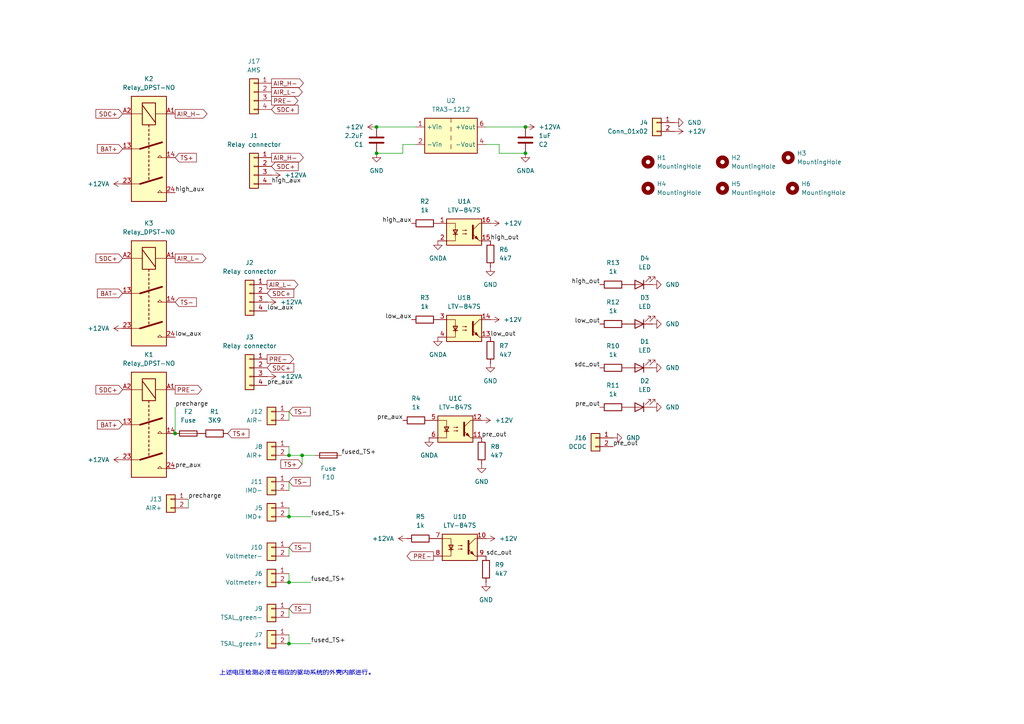
<source format=kicad_sch>
(kicad_sch (version 20250114) (generator "eeschema") (generator_version "9.0")
  (paper "A4")
  (lib_symbols
    (symbol "Connector_Generic:Conn_01x02" (pin_names (offset 1.016) (hide yes))
      (property "Reference" "J" (at 0 2.54 0))
      (property "Value" "Conn_01x02" (at 0 -5.08 0))
      (symbol "Conn_01x02_1_1"
        (rectangle (start -1.27 1.27) (end 1.27 -3.81) (stroke (width 0.254)) (fill (type background)))
        (rectangle (start -1.27 0.127) (end 0 -0.127) (stroke (width 0.1524)))
        (rectangle (start -1.27 -2.413) (end 0 -2.667) (stroke (width 0.1524)))
        (pin passive line (at -5.08 0 0) (length 3.81) (name "Pin_1") (number "1"))
        (pin passive line (at -5.08 -2.54 0) (length 3.81) (name "Pin_2") (number "2"))
      )
    )
    (symbol "Connector_Generic:Conn_01x04" (pin_names (offset 1.016) (hide yes))
      (property "Reference" "J" (at 0 5.08 0))
      (property "Value" "Conn_01x04" (at 0 -7.62 0))
      (symbol "Conn_01x04_1_1"
        (rectangle (start -1.27 3.81) (end 1.27 -6.35) (stroke (width 0.254)) (fill (type background)))
        (rectangle (start -1.27 2.667) (end 0 2.413) (stroke (width 0.1524)))
        (rectangle (start -1.27 0.127) (end 0 -0.127) (stroke (width 0.1524)))
        (rectangle (start -1.27 -2.413) (end 0 -2.667) (stroke (width 0.1524)))
        (rectangle (start -1.27 -4.953) (end 0 -5.207) (stroke (width 0.1524)))
        (pin passive line (at -5.08 2.54 0) (length 3.81) (name "Pin_1") (number "1"))
        (pin passive line (at -5.08 0 0) (length 3.81) (name "Pin_2") (number "2"))
        (pin passive line (at -5.08 -2.54 0) (length 3.81) (name "Pin_3") (number "3"))
        (pin passive line (at -5.08 -5.08 0) (length 3.81) (name "Pin_4") (number "4"))
      )
    )
    (symbol "Converter_DCDC:TRA3-1212"
      (property "Reference" "U" (at -6.35 6.35 0))
      (property "Value" "TRA3-1212" (at 2.54 6.35 0))
      (symbol "TRA3-1212_0_1"
        (rectangle (start -7.62 5.08) (end 7.62 -5.08) (stroke (width 0.254)) (fill (type background)))
        (polyline (pts (xy 0 5.08) (xy 0 3.81)))
        (polyline (pts (xy 0 2.54) (xy 0 1.27)))
        (polyline (pts (xy 0 0) (xy 0 -1.27)))
        (polyline (pts (xy 0 -2.54) (xy 0 -3.81)))
      )
      (symbol "TRA3-1212_1_1"
        (pin power_in line (at -10.16 2.54 0) (length 2.54) (name "+Vin") (number "1"))
        (pin power_in line (at -10.16 -2.54 0) (length 2.54) (name "-Vin") (number "2"))
        (pin power_out line (at 10.16 2.54 180) (length 2.54) (name "+Vout") (number "6"))
        (pin power_out line (at 10.16 -2.54 180) (length 2.54) (name "-Vout") (number "4"))
      )
    )
    (symbol "Device:C" (pin_numbers (hide yes)) (pin_names (offset 0.254))
      (property "Reference" "C" (at 0.635 2.54 0))
      (property "Value" "C" (at 0.635 -2.54 0))
      (symbol "C_0_1"
        (polyline (pts (xy -2.032 0.762) (xy 2.032 0.762)) (stroke (width 0.508)))
        (polyline (pts (xy -2.032 -0.762) (xy 2.032 -0.762)) (stroke (width 0.508)))
      )
      (symbol "C_1_1"
        (pin passive line (at 0 3.81 270) (length 2.794) (name "~") (number "1"))
        (pin passive line (at 0 -3.81 90) (length 2.794) (name "~") (number "2"))
      )
    )
    (symbol "Device:Fuse" (pin_numbers (hide yes)) (pin_names (offset 0))
      (property "Reference" "F" (at 2.032 0 90))
      (property "Value" "Fuse" (at -1.905 0 90))
      (symbol "Fuse_0_1"
        (rectangle (start -0.762 -2.54) (end 0.762 2.54) (stroke (width 0.254)))
        (polyline (pts (xy 0 2.54) (xy 0 -2.54)))
      )
      (symbol "Fuse_1_1"
        (pin passive line (at 0 3.81 270) (length 1.27) (name "~") (number "1"))
        (pin passive line (at 0 -3.81 90) (length 1.27) (name "~") (number "2"))
      )
    )
    (symbol "Device:LED" (pin_numbers (hide yes)) (pin_names (offset 1.016) (hide yes))
      (property "Reference" "D" (at 0 2.54 0))
      (property "Value" "LED" (at 0 -2.54 0))
      (symbol "LED_0_1"
        (polyline (pts (xy -3.048 -0.762) (xy -4.572 -2.286) (xy -3.81 -2.286) (xy -4.572 -2.286) (xy -4.572 -1.524)))
        (polyline (pts (xy -1.778 -0.762) (xy -3.302 -2.286) (xy -2.54 -2.286) (xy -3.302 -2.286) (xy -3.302 -1.524)))
        (polyline (pts (xy -1.27 0) (xy 1.27 0)))
        (polyline (pts (xy -1.27 -1.27) (xy -1.27 1.27)) (stroke (width 0.254)))
        (polyline (pts (xy 1.27 -1.27) (xy 1.27 1.27) (xy -1.27 0) (xy 1.27 -1.27)) (stroke (width 0.254)))
      )
      (symbol "LED_1_1"
        (pin passive line (at -3.81 0 0) (length 2.54) (name "K") (number "1"))
        (pin passive line (at 3.81 0 180) (length 2.54) (name "A") (number "2"))
      )
    )
    (symbol "Device:R" (pin_numbers (hide yes)) (pin_names (offset 0))
      (property "Reference" "R" (at 2.032 0 90))
      (property "Value" "R" (at 0 0 90))
      (symbol "R_0_1"
        (rectangle (start -1.016 -2.54) (end 1.016 2.54) (stroke (width 0.254)))
      )
      (symbol "R_1_1"
        (pin passive line (at 0 3.81 270) (length 1.27) (name "~") (number "1"))
        (pin passive line (at 0 -3.81 90) (length 1.27) (name "~") (number "2"))
      )
    )
    (symbol "Isolator:LTV-847S" (pin_names (offset 1.016))
      (property "Reference" "U" (at -3.81 5.08 0))
      (property "Value" "LTV-847S" (at 0 -5.08 0))
      (symbol "LTV-847S_0_1"
        (rectangle (start -5.08 3.81) (end 5.08 -3.81) (stroke (width 0.254)) (fill (type background)))
        (polyline (pts (xy -5.08 2.54) (xy -2.54 2.54) (xy -2.54 -1.27) (xy -2.54 0.635)))
        (polyline (pts (xy -3.175 -0.635) (xy -1.905 -0.635)) (stroke (width 0.254)))
        (polyline (pts (xy -2.54 -0.635) (xy -2.54 -2.54) (xy -5.08 -2.54)))
        (polyline (pts (xy -2.54 -0.635) (xy -3.175 0.635) (xy -1.905 0.635) (xy -2.54 -0.635)) (stroke (width 0.254)))
        (polyline (pts (xy -0.508 0.508) (xy 0.762 0.508) (xy 0.381 0.381) (xy 0.381 0.635) (xy 0.762 0.508)))
        (polyline (pts (xy -0.508 -0.508) (xy 0.762 -0.508) (xy 0.381 -0.635) (xy 0.381 -0.381) (xy 0.762 -0.508)))
        (polyline (pts (xy 2.54 1.905) (xy 2.54 -1.905) (xy 2.54 -1.905)) (stroke (width 0.508)))
        (polyline (pts (xy 2.54 0.635) (xy 4.445 2.54)))
        (polyline (pts (xy 3.048 -1.651) (xy 3.556 -1.143) (xy 4.064 -2.159) (xy 3.048 -1.651) (xy 3.048 -1.651)) (fill (type outline)))
        (polyline (pts (xy 4.445 2.54) (xy 5.08 2.54)))
        (polyline (pts (xy 4.445 -2.54) (xy 2.54 -0.635)) (fill (type outline)))
        (polyline (pts (xy 4.445 -2.54) (xy 5.08 -2.54)))
      )
      (symbol "LTV-847S_1_1"
        (pin passive line (at -7.62 2.54 0) (length 2.54) (name "~") (number "1"))
        (pin passive line (at -7.62 -2.54 0) (length 2.54) (name "~") (number "2"))
        (pin passive line (at 7.62 2.54 180) (length 2.54) (name "~") (number "16"))
        (pin passive line (at 7.62 -2.54 180) (length 2.54) (name "~") (number "15"))
      )
      (symbol "LTV-847S_2_1"
        (pin passive line (at -7.62 2.54 0) (length 2.54) (name "~") (number "3"))
        (pin passive line (at -7.62 -2.54 0) (length 2.54) (name "~") (number "4"))
        (pin passive line (at 7.62 2.54 180) (length 2.54) (name "~") (number "14"))
        (pin passive line (at 7.62 -2.54 180) (length 2.54) (name "~") (number "13"))
      )
      (symbol "LTV-847S_3_1"
        (pin passive line (at -7.62 2.54 0) (length 2.54) (name "~") (number "5"))
        (pin passive line (at -7.62 -2.54 0) (length 2.54) (name "~") (number "6"))
        (pin passive line (at 7.62 2.54 180) (length 2.54) (name "~") (number "12"))
        (pin passive line (at 7.62 -2.54 180) (length 2.54) (name "~") (number "11"))
      )
      (symbol "LTV-847S_4_1"
        (pin passive line (at -7.62 2.54 0) (length 2.54) (name "~") (number "7"))
        (pin passive line (at -7.62 -2.54 0) (length 2.54) (name "~") (number "8"))
        (pin passive line (at 7.62 2.54 180) (length 2.54) (name "~") (number "10"))
        (pin passive line (at 7.62 -2.54 180) (length 2.54) (name "~") (number "9"))
      )
    )
    (symbol "Mechanical:MountingHole" (pin_names (offset 1.016)) (in_bom no)
      (property "Reference" "H" (at 0 5.08 0))
      (property "Value" "MountingHole" (at 0 3.175 0))
      (symbol "MountingHole_0_1"
        (circle (center 0 0) (radius 1.27) (stroke (width 1.27)))
      )
    )
    (symbol "Relay:Relay_DPST-NO"
      (property "Reference" "K" (at 16.51 3.81 0))
      (property "Value" "Relay_DPST-NO" (at 16.51 1.27 0))
      (symbol "Relay_DPST-NO_0_1"
        (rectangle (start -15.24 5.08) (end 15.24 -5.08) (stroke (width 0.254)) (fill (type background)))
        (rectangle (start -13.335 1.905) (end -6.985 -1.905) (stroke (width 0.254)))
        (polyline (pts (xy -12.7 -1.905) (xy -7.62 1.905)) (stroke (width 0.254)))
        (polyline (pts (xy -10.16 5.08) (xy -10.16 1.905)))
        (polyline (pts (xy -10.16 -5.08) (xy -10.16 -1.905)))
        (polyline (pts (xy -6.985 0) (xy -6.35 0)) (stroke (width 0.254)))
        (polyline (pts (xy -5.715 0) (xy -5.08 0)) (stroke (width 0.254)))
        (polyline (pts (xy -4.445 0) (xy -3.81 0)) (stroke (width 0.254)))
        (polyline (pts (xy -3.175 0) (xy -2.54 0)) (stroke (width 0.254)))
        (polyline (pts (xy -1.905 0) (xy -1.27 0)) (stroke (width 0.254)))
        (polyline (pts (xy -0.635 0) (xy 0 0)) (stroke (width 0.254)))
        (polyline (pts (xy 0 -2.54) (xy -1.905 3.81)) (stroke (width 0.508)))
        (polyline (pts (xy 0 -2.54) (xy 0 -5.08)))
        (polyline (pts (xy 0.635 0) (xy 1.27 0)) (stroke (width 0.254)))
        (polyline (pts (xy 1.905 0) (xy 2.54 0)) (stroke (width 0.254)))
        (polyline (pts (xy 2.54 5.08) (xy 2.54 2.54) (xy 1.905 3.175) (xy 2.54 3.81)))
        (polyline (pts (xy 3.175 0) (xy 3.81 0)) (stroke (width 0.254)))
        (polyline (pts (xy 4.445 0) (xy 5.08 0)) (stroke (width 0.254)))
        (polyline (pts (xy 5.715 0) (xy 6.35 0)) (stroke (width 0.254)))
        (polyline (pts (xy 6.985 0) (xy 7.62 0)) (stroke (width 0.254)))
        (polyline (pts (xy 8.255 0) (xy 8.89 0)) (stroke (width 0.254)))
        (polyline (pts (xy 10.16 -2.54) (xy 8.255 3.81)) (stroke (width 0.508)))
        (polyline (pts (xy 10.16 -2.54) (xy 10.16 -5.08)))
        (polyline (pts (xy 12.7 5.08) (xy 12.7 2.54) (xy 12.065 3.175) (xy 12.7 3.81)))
      )
      (symbol "Relay_DPST-NO_1_1"
        (pin passive line (at -10.16 7.62 270) (length 2.54) (name "~") (number "A1"))
        (pin passive line (at -10.16 -7.62 90) (length 2.54) (name "~") (number "A2"))
        (pin passive line (at 0 -7.62 90) (length 2.54) (name "~") (number "13"))
        (pin passive line (at 2.54 7.62 270) (length 2.54) (name "~") (number "14"))
        (pin passive line (at 10.16 -7.62 90) (length 2.54) (name "~") (number "23"))
        (pin passive line (at 12.7 7.62 270) (length 2.54) (name "~") (number "24"))
      )
    )
    (symbol "power:+12V" (power) (pin_numbers (hide yes)) (pin_names (offset 0) (hide yes))
      (property "Value" "+12V" (at 0 3.556 0))
      (symbol "+12V_0_1"
        (polyline (pts (xy -0.762 1.27) (xy 0 2.54)))
        (polyline (pts (xy 0 2.54) (xy 0.762 1.27)))
        (polyline (pts (xy 0 0) (xy 0 2.54)))
      )
      (symbol "+12V_1_1"
        (pin power_in line (at 0 0 90) (length 0) (name "~") (number "1"))
      )
    )
    (symbol "power:+12VA" (power) (pin_numbers (hide yes)) (pin_names (offset 0) (hide yes))
      (property "Value" "+12VA" (at 0 3.556 0))
      (symbol "+12VA_0_1"
        (polyline (pts (xy -0.762 1.27) (xy 0 2.54)))
        (polyline (pts (xy 0 2.54) (xy 0.762 1.27)))
        (polyline (pts (xy 0 0) (xy 0 2.54)))
      )
      (symbol "+12VA_1_1"
        (pin power_in line (at 0 0 90) (length 0) (name "~") (number "1"))
      )
    )
    (symbol "power:GND" (power) (pin_numbers (hide yes)) (pin_names (offset 0) (hide yes))
      (property "Value" "GND" (at 0 -3.81 0))
      (symbol "GND_0_1"
        (polyline (pts (xy 0 0) (xy 0 -1.27) (xy 1.27 -1.27) (xy 0 -2.54) (xy -1.27 -1.27) (xy 0 -1.27)))
      )
      (symbol "GND_1_1"
        (pin power_in line (at 0 0 270) (length 0) (name "~") (number "1"))
      )
    )
    (symbol "power:GNDA" (power) (pin_numbers (hide yes)) (pin_names (offset 0) (hide yes))
      (property "Value" "GNDA" (at 0 -3.81 0))
      (symbol "GNDA_0_1"
        (polyline (pts (xy 0 0) (xy 0 -1.27) (xy 1.27 -1.27) (xy 0 -2.54) (xy -1.27 -1.27) (xy 0 -1.27)))
      )
      (symbol "GNDA_1_1"
        (pin power_in line (at 0 0 270) (length 0) (name "~") (number "1"))
      )
    )
  )
  (text "上述电压检测必须在相应的驱动系统的外壳内部进行。" (at 85.852 195.326 0) (effects (font (size 1.27 1.27))))
  (junction (at 87.63 132.08))
  (junction (at 83.82 186.69))
  (junction (at 109.22 36.83))
  (junction (at 109.22 44.45))
  (junction (at 50.8 125.73))
  (junction (at 83.82 168.91))
  (junction (at 83.82 149.86))
  (junction (at 83.82 132.08))
  (junction (at 152.4 36.83))
  (junction (at 152.4 44.45))
  (wire (pts (xy 54.61 144.78) (xy 54.61 147.32)))
  (wire (pts (xy 90.17 186.69) (xy 83.82 186.69)))
  (wire (pts (xy 144.78 44.45) (xy 152.4 44.45)))
  (wire (pts (xy 83.82 129.54) (xy 83.82 132.08)))
  (wire (pts (xy 83.82 147.32) (xy 83.82 149.86)))
  (wire (pts (xy 140.97 36.83) (xy 152.4 36.83)))
  (wire (pts (xy 83.82 119.38) (xy 83.82 121.92)))
  (wire (pts (xy 90.17 149.86) (xy 83.82 149.86)))
  (wire (pts (xy 83.82 168.91) (xy 90.17 168.91)))
  (wire (pts (xy 83.82 184.15) (xy 83.82 186.69)))
  (wire (pts (xy 87.63 134.62) (xy 87.63 132.08)))
  (wire (pts (xy 109.22 44.45) (xy 116.84 44.45)))
  (wire (pts (xy 50.8 118.11) (xy 50.8 125.73)))
  (wire (pts (xy 83.82 139.7) (xy 83.82 142.24)))
  (wire (pts (xy 116.84 44.45) (xy 116.84 41.91)))
  (wire (pts (xy 109.22 36.83) (xy 120.65 36.83)))
  (wire (pts (xy 91.44 132.08) (xy 87.63 132.08)))
  (wire (pts (xy 144.78 41.91) (xy 144.78 44.45)))
  (wire (pts (xy 83.82 158.75) (xy 83.82 161.29)))
  (wire (pts (xy 83.82 176.53) (xy 83.82 179.07)))
  (wire (pts (xy 116.84 41.91) (xy 120.65 41.91)))
  (wire (pts (xy 87.63 132.08) (xy 83.82 132.08)))
  (wire (pts (xy 83.82 166.37) (xy 83.82 168.91)))
  (wire (pts (xy 144.78 41.91) (xy 140.97 41.91)))
  (label "low_out" (at 173.99 93.98 180))
  (label "low_aux" (at 50.8 97.79 0))
  (label "sdc_out" (at 173.99 106.68 180))
  (label "low_aux" (at 119.38 92.71 180))
  (label "precharge" (at 50.8 118.11 0))
  (label "pre_out" (at 173.99 118.11 180))
  (label "pre_out" (at 139.7 127 0))
  (label "pre_aux" (at 50.8 135.89 0))
  (label "high_aux" (at 50.8 55.88 0))
  (label "high_aux" (at 78.74 53.34 0))
  (label "fused_TS+" (at 90.17 186.69 0))
  (label "fused_TS+" (at 90.17 168.91 0))
  (label "precharge" (at 54.61 144.78 0))
  (label "pre_out" (at 177.8 129.54 0))
  (label "fused_TS+" (at 90.17 149.86 0))
  (label "high_aux" (at 119.38 64.77 180))
  (label "pre_aux" (at 116.84 121.92 180))
  (label "fused_TS+" (at 99.06 132.08 0))
  (label "pre_aux" (at 77.47 111.76 0))
  (label "high_out" (at 173.99 82.55 180))
  (label "low_out" (at 142.24 97.79 0))
  (label "low_aux" (at 77.47 90.17 0))
  (label "high_out" (at 142.24 69.85 0))
  (label "sdc_out" (at 140.97 161.29 0))
  (global_label "AIR_L-" (shape output) (at 78.74 26.67 0) (property "Intersheetrefs" "${INTERSHEET_REFS}" (effects (hide yes))))
  (global_label "TS-" (shape input) (at 83.82 176.53 0) (property "Intersheetrefs" "${INTERSHEET_REFS}" (effects (hide yes))))
  (global_label "AIR_L-" (shape output) (at 77.47 82.55 0) (property "Intersheetrefs" "${INTERSHEET_REFS}" (effects (hide yes))))
  (global_label "SDC+" (shape input) (at 35.56 33.02 180) (property "Intersheetrefs" "${INTERSHEET_REFS}" (effects (hide yes))))
  (global_label "SDC+" (shape input) (at 78.74 31.75 0) (property "Intersheetrefs" "${INTERSHEET_REFS}" (effects (hide yes))))
  (global_label "TS+" (shape input) (at 50.8 45.72 0) (property "Intersheetrefs" "${INTERSHEET_REFS}" (effects (hide yes))))
  (global_label "SDC+" (shape input) (at 35.56 113.03 180) (property "Intersheetrefs" "${INTERSHEET_REFS}" (effects (hide yes))))
  (global_label "AIR_H-" (shape output) (at 50.8 33.02 0) (property "Intersheetrefs" "${INTERSHEET_REFS}" (effects (hide yes))))
  (global_label "TS-" (shape input) (at 83.82 119.38 0) (property "Intersheetrefs" "${INTERSHEET_REFS}" (effects (hide yes))))
  (global_label "BAT+" (shape input) (at 35.56 43.18 180) (property "Intersheetrefs" "${INTERSHEET_REFS}" (effects (hide yes))))
  (global_label "AIR_L-" (shape output) (at 50.8 74.93 0) (property "Intersheetrefs" "${INTERSHEET_REFS}" (effects (hide yes))))
  (global_label "TS-" (shape input) (at 83.82 158.75 0) (property "Intersheetrefs" "${INTERSHEET_REFS}" (effects (hide yes))))
  (global_label "AIR_H-" (shape output) (at 78.74 24.13 0) (property "Intersheetrefs" "${INTERSHEET_REFS}" (effects (hide yes))))
  (global_label "PRE-" (shape output) (at 50.8 113.03 0) (property "Intersheetrefs" "${INTERSHEET_REFS}" (effects (hide yes))))
  (global_label "PRE-" (shape output) (at 78.74 29.21 0) (property "Intersheetrefs" "${INTERSHEET_REFS}" (effects (hide yes))))
  (global_label "TS-" (shape input) (at 50.8 87.63 0) (property "Intersheetrefs" "${INTERSHEET_REFS}" (effects (hide yes))))
  (global_label "SDC+" (shape input) (at 77.47 85.09 0) (property "Intersheetrefs" "${INTERSHEET_REFS}" (effects (hide yes))))
  (global_label "SDC+" (shape input) (at 77.47 106.68 0) (property "Intersheetrefs" "${INTERSHEET_REFS}" (effects (hide yes))))
  (global_label "TS+" (shape input) (at 66.04 125.73 0) (property "Intersheetrefs" "${INTERSHEET_REFS}" (effects (hide yes))))
  (global_label "PRE-" (shape output) (at 125.73 161.29 180) (property "Intersheetrefs" "${INTERSHEET_REFS}" (effects (hide yes))))
  (global_label "SDC+" (shape input) (at 78.74 48.26 0) (property "Intersheetrefs" "${INTERSHEET_REFS}" (effects (hide yes))))
  (global_label "BAT-" (shape input) (at 35.56 85.09 180) (property "Intersheetrefs" "${INTERSHEET_REFS}" (effects (hide yes))))
  (global_label "TS+" (shape input) (at 87.63 134.62 180) (property "Intersheetrefs" "${INTERSHEET_REFS}" (effects (hide yes))))
  (global_label "PRE-" (shape output) (at 77.47 104.14 0) (property "Intersheetrefs" "${INTERSHEET_REFS}" (effects (hide yes))))
  (global_label "BAT+" (shape input) (at 35.56 123.19 180) (property "Intersheetrefs" "${INTERSHEET_REFS}" (effects (hide yes))))
  (global_label "SDC+" (shape input) (at 35.56 74.93 180) (property "Intersheetrefs" "${INTERSHEET_REFS}" (effects (hide yes))))
  (global_label "AIR_H-" (shape output) (at 78.74 45.72 0) (property "Intersheetrefs" "${INTERSHEET_REFS}" (effects (hide yes))))
  (global_label "TS-" (shape input) (at 83.82 139.7 0) (property "Intersheetrefs" "${INTERSHEET_REFS}" (effects (hide yes))))
  (symbol (lib_id "Device:R") (at 123.19 64.77 90) (unit 1)
    (property "Reference" "R2" (at 123.19 58.42 90))
    (property "Value" "1k" (at 123.19 60.96 90))
    (property "Footprint" "RMC_Resistor:R_0805_2012Metric_Pad1.20x1.40mm_HandSolder_L" (effects (hide yes)))
    (property "Description" "Resistor" (effects (hide yes)))
  )
  (symbol (lib_id "Device:R") (at 142.24 101.6 0) (unit 1)
    (property "Reference" "R7" (at 144.78 100.3299 0) (effects (justify left)))
    (property "Value" "4k7" (at 144.78 102.8699 0) (effects (justify left)))
    (property "Footprint" "RMC_Resistor:R_0805_2012Metric_Pad1.20x1.40mm_HandSolder_L" (effects (hide yes)))
    (property "Description" "Resistor" (effects (hide yes)))
  )
  (symbol (lib_id "Device:R") (at 177.8 93.98 90) (unit 1)
    (property "Reference" "R12" (at 177.8 87.63 90))
    (property "Value" "1k" (at 177.8 90.17 90))
    (property "Footprint" "RMC_Resistor:R_0805_2012Metric_Pad1.20x1.40mm_HandSolder_L" (effects (hide yes)))
    (property "Description" "Resistor" (effects (hide yes)))
  )
  (symbol (lib_id "Mechanical:MountingHole") (at 187.96 54.61 0) (unit 1) (in_bom no)
    (property "Reference" "H4" (at 190.5 53.3399 0) (effects (justify left)))
    (property "Value" "MountingHole" (at 190.5 55.8799 0) (effects (justify left)))
    (property "Footprint" "MountingHole:MountingHole_4.3mm_M4" (effects (hide yes)))
    (property "Description" "Mounting Hole without connection" (effects (hide yes)))
  )
  (symbol (lib_id "power:GND") (at 189.23 82.55 90) (unit 1)
    (property "Reference" "#PWR030" (effects (hide yes)))
    (property "Value" "GND" (at 193.04 82.5499 90) (effects (justify right)))
    (property "Description" "Power symbol creates a global label with name \"GND\" , ground" (effects (hide yes)))
  )
  (symbol (lib_id "Device:R") (at 177.8 82.55 90) (unit 1)
    (property "Reference" "R13" (at 177.8 76.2 90))
    (property "Value" "1k" (at 177.8 78.74 90))
    (property "Footprint" "RMC_Resistor:R_0805_2012Metric_Pad1.20x1.40mm_HandSolder_L" (effects (hide yes)))
    (property "Description" "Resistor" (effects (hide yes)))
  )
  (symbol (lib_id "Device:LED") (at 185.42 82.55 180) (unit 1)
    (property "Reference" "D4" (at 187.0075 74.93 0))
    (property "Value" "LED" (at 187.0075 77.47 0))
    (property "Footprint" "RMC_LED:LED_0805_2012Metric_Pad1.45x1.40mm_HandSolder" (effects (hide yes)))
    (property "Description" "Light emitting diode" (effects (hide yes)))
    (property "Sim.Pins" "1=K 2=A" (effects (hide yes)))
  )
  (symbol (lib_id "power:+12VA") (at 78.74 50.8 270) (unit 1)
    (property "Reference" "#PWR018" (effects (hide yes)))
    (property "Value" "+12VA" (at 82.55 50.7999 90) (effects (justify left)))
    (property "Description" "Power symbol creates a global label with name \"+12VA\"" (effects (hide yes)))
  )
  (symbol (lib_id "Isolator:LTV-847S") (at 134.62 67.31 0) (unit 1)
    (property "Reference" "U1" (at 134.62 58.42 0))
    (property "Value" "LTV-847S" (at 134.62 60.96 0))
    (property "Footprint" "Package_DIP:SMDIP-16_W9.53mm" (effects (hide yes)))
    (property "Datasheet" "http://www.us.liteon.com/downloads/LTV-817-827-847.PDF" (effects (hide yes)))
    (property "Description" "DC Optocoupler, Vce 35V, CTR 50%, SMDIP-16" (effects (hide yes)))
  )
  (symbol (lib_id "Connector_Generic:Conn_01x02") (at 78.74 176.53 0) (mirror y) (unit 1)
    (property "Reference" "J9" (at 76.2 176.5299 0) (effects (justify left)))
    (property "Value" "TSAL_green-" (at 76.2 179.0699 0) (effects (justify left)))
    (property "Footprint" "Connector_Molex:Molex_Micro-Fit_3.0_43650-0210_1x02-1MP_P3.00mm_Horizontal_PnP" (effects (hide yes)))
    (property "Description" "Generic connector, single row, 01x02, script generated (kicad-library-utils/schlib/autogen/connector/)" (effects (hide yes)))
  )
  (symbol (lib_id "power:GND") (at 195.58 35.56 90) (unit 1)
    (property "Reference" "#PWR021" (effects (hide yes)))
    (property "Value" "GND" (at 199.39 35.5599 90) (effects (justify right)))
    (property "Description" "Power symbol creates a global label with name \"GND\" , ground" (effects (hide yes)))
  )
  (symbol (lib_id "power:+12VA") (at 77.47 87.63 270) (unit 1)
    (property "Reference" "#PWR019" (effects (hide yes)))
    (property "Value" "+12VA" (at 81.28 87.6299 90) (effects (justify left)))
    (property "Description" "Power symbol creates a global label with name \"+12VA\"" (effects (hide yes)))
  )
  (symbol (lib_id "Connector_Generic:Conn_01x02") (at 78.74 166.37 0) (mirror y) (unit 1)
    (property "Reference" "J6" (at 76.2 166.3699 0) (effects (justify left)))
    (property "Value" "Voltmeter+" (at 76.2 168.9099 0) (effects (justify left)))
    (property "Footprint" "Connector_Molex:Molex_Micro-Fit_3.0_43650-0210_1x02-1MP_P3.00mm_Horizontal_PnP" (effects (hide yes)))
    (property "Description" "Generic connector, single row, 01x02, script generated (kicad-library-utils/schlib/autogen/connector/)" (effects (hide yes)))
  )
  (symbol (lib_id "Mechanical:MountingHole") (at 209.55 54.61 0) (unit 1) (in_bom no)
    (property "Reference" "H5" (at 212.09 53.3399 0) (effects (justify left)))
    (property "Value" "MountingHole" (at 212.09 55.8799 0) (effects (justify left)))
    (property "Footprint" "MountingHole:MountingHole_4.3mm_M4" (effects (hide yes)))
    (property "Description" "Mounting Hole without connection" (effects (hide yes)))
  )
  (symbol (lib_id "power:GNDA") (at 127 97.79 0) (unit 1)
    (property "Reference" "#PWR014" (effects (hide yes)))
    (property "Value" "GNDA" (at 127 102.87 0))
    (property "Description" "Power symbol creates a global label with name \"GNDA\" , analog ground" (effects (hide yes)))
  )
  (symbol (lib_id "Relay:Relay_DPST-NO") (at 43.18 85.09 270) (unit 1) (on_board no)
    (property "Reference" "K3" (at 43.18 64.77 90))
    (property "Value" "Relay_DPST-NO" (at 43.18 67.31 90))
    (property "Description" "Relay DPST, monostable, normally open, EN50005" (effects (hide yes)))
  )
  (symbol (lib_id "power:GNDA") (at 152.4 44.45 0) (unit 1)
    (property "Reference" "#PWR017" (effects (hide yes)))
    (property "Value" "GNDA" (at 152.4 49.53 0))
    (property "Description" "Power symbol creates a global label with name \"GNDA\" , analog ground" (effects (hide yes)))
  )
  (symbol (lib_id "Connector_Generic:Conn_01x02") (at 78.74 184.15 0) (mirror y) (unit 1)
    (property "Reference" "J7" (at 76.2 184.1499 0) (effects (justify left)))
    (property "Value" "TSAL_green+" (at 76.2 186.6899 0) (effects (justify left)))
    (property "Footprint" "Connector_Molex:Molex_Micro-Fit_3.0_43650-0210_1x02-1MP_P3.00mm_Horizontal_PnP" (effects (hide yes)))
    (property "Description" "Generic connector, single row, 01x02, script generated (kicad-library-utils/schlib/autogen/connector/)" (effects (hide yes)))
  )
  (symbol (lib_id "Device:C") (at 152.4 40.64 0) (mirror x) (unit 1)
    (property "Reference" "C2" (at 156.21 41.9101 0) (effects (justify left)))
    (property "Value" "1uF" (at 156.21 39.3701 0) (effects (justify left)))
    (property "Footprint" "RMC_Capacitor:C_0805_2012Metric_Pad1.18x1.45mm_HandSolder_L" (effects (hide yes)))
    (property "Description" "Unpolarized capacitor" (effects (hide yes)))
  )
  (symbol (lib_id "Converter_DCDC:TRA3-1212") (at 130.81 39.37 0) (unit 1)
    (property "Reference" "U2" (at 130.81 29.21 0))
    (property "Value" "TRA3-1212" (at 130.81 31.75 0))
    (property "Footprint" "Converter_DCDC:Converter_DCDC_TRACO_TRA3-xxxx_THT" (effects (hide yes)))
    (property "Datasheet" "https://www.tracopower.com/products/tra3.pdf" (effects (hide yes)))
    (property "Description" "3W DC/DC converter unregulated, 10.8-13.2V input, 12V fixed output voltage, 250mA output, 1.0kVDC isolation, SIP-7" (effects (hide yes)))
  )
  (symbol (lib_id "Isolator:LTV-847S") (at 134.62 95.25 0) (unit 2)
    (property "Reference" "U1" (at 134.62 86.36 0))
    (property "Value" "LTV-847S" (at 134.62 88.9 0))
    (property "Footprint" "Package_DIP:SMDIP-16_W9.53mm" (effects (hide yes)))
    (property "Datasheet" "http://www.us.liteon.com/downloads/LTV-817-827-847.PDF" (effects (hide yes)))
    (property "Description" "DC Optocoupler, Vce 35V, CTR 50%, SMDIP-16" (effects (hide yes)))
  )
  (symbol (lib_id "power:+12V") (at 142.24 64.77 270) (unit 1)
    (property "Reference" "#PWR08" (effects (hide yes)))
    (property "Value" "+12V" (at 146.05 64.7699 90) (effects (justify left)))
    (property "Description" "Power symbol creates a global label with name \"+12V\"" (effects (hide yes)))
  )
  (symbol (lib_id "power:+12V") (at 140.97 156.21 270) (unit 1)
    (property "Reference" "#PWR011" (effects (hide yes)))
    (property "Value" "+12V" (at 144.78 156.2099 90) (effects (justify left)))
    (property "Description" "Power symbol creates a global label with name \"+12V\"" (effects (hide yes)))
  )
  (symbol (lib_id "Device:C") (at 109.22 40.64 180) (unit 1)
    (property "Reference" "C1" (at 105.41 41.9101 0) (effects (justify left)))
    (property "Value" "2.2uF" (at 105.41 39.3701 0) (effects (justify left)))
    (property "Footprint" "RMC_Capacitor:C_0805_2012Metric_Pad1.18x1.45mm_HandSolder_L" (effects (hide yes)))
    (property "Description" "Unpolarized capacitor" (effects (hide yes)))
  )
  (symbol (lib_id "power:GND") (at 142.24 105.41 0) (unit 1)
    (property "Reference" "#PWR024" (effects (hide yes)))
    (property "Value" "GND" (at 142.24 110.49 0))
    (property "Description" "Power symbol creates a global label with name \"GND\" , ground" (effects (hide yes)))
  )
  (symbol (lib_id "power:+12V") (at 142.24 92.71 270) (unit 1)
    (property "Reference" "#PWR09" (effects (hide yes)))
    (property "Value" "+12V" (at 146.05 92.7099 90) (effects (justify left)))
    (property "Description" "Power symbol creates a global label with name \"+12V\"" (effects (hide yes)))
  )
  (symbol (lib_id "Connector_Generic:Conn_01x02") (at 78.74 139.7 0) (mirror y) (unit 1)
    (property "Reference" "J11" (at 76.2 139.6999 0) (effects (justify left)))
    (property "Value" "IMD-" (at 76.2 142.2399 0) (effects (justify left)))
    (property "Footprint" "Connector_Molex:Molex_Micro-Fit_3.0_43650-0210_1x02-1MP_P3.00mm_Horizontal_PnP" (effects (hide yes)))
    (property "Description" "Generic connector, single row, 01x02, script generated (kicad-library-utils/schlib/autogen/connector/)" (effects (hide yes)))
  )
  (symbol (lib_id "Isolator:LTV-847S") (at 132.08 124.46 0) (unit 3)
    (property "Reference" "U1" (at 132.08 115.57 0))
    (property "Value" "LTV-847S" (at 132.08 118.11 0))
    (property "Footprint" "Package_DIP:SMDIP-16_W9.53mm" (effects (hide yes)))
    (property "Datasheet" "http://www.us.liteon.com/downloads/LTV-817-827-847.PDF" (effects (hide yes)))
    (property "Description" "DC Optocoupler, Vce 35V, CTR 50%, SMDIP-16" (effects (hide yes)))
  )
  (symbol (lib_id "power:+12VA") (at 77.47 109.22 270) (unit 1)
    (property "Reference" "#PWR020" (effects (hide yes)))
    (property "Value" "+12VA" (at 81.28 109.2199 90) (effects (justify left)))
    (property "Description" "Power symbol creates a global label with name \"+12VA\"" (effects (hide yes)))
  )
  (symbol (lib_id "Device:Fuse") (at 54.61 125.73 90) (unit 1)
    (property "Reference" "F2" (at 54.61 119.38 90))
    (property "Value" "Fuse" (at 54.61 121.92 90))
    (property "Footprint" "Fuse:Fuseholder_Littelfuse_Nano2_157x" (effects (hide yes)))
    (property "Description" "Fuse" (effects (hide yes)))
  )
  (symbol (lib_id "Device:R") (at 177.8 118.11 90) (unit 1)
    (property "Reference" "R11" (at 177.8 111.76 90))
    (property "Value" "1k" (at 177.8 114.3 90))
    (property "Footprint" "RMC_Resistor:R_0805_2012Metric_Pad1.20x1.40mm_HandSolder_L" (effects (hide yes)))
    (property "Description" "Resistor" (effects (hide yes)))
  )
  (symbol (lib_id "power:+12VA") (at 35.56 53.34 90) (unit 1)
    (property "Reference" "#PWR06" (effects (hide yes)))
    (property "Value" "+12VA" (at 31.75 53.3399 90) (effects (justify left)))
    (property "Description" "Power symbol creates a global label with name \"+12VA\"" (effects (hide yes)))
  )
  (symbol (lib_id "power:GND") (at 177.8 127 90) (unit 1)
    (property "Reference" "#PWR038" (effects (hide yes)))
    (property "Value" "GND" (at 181.61 126.9999 90) (effects (justify right)))
    (property "Description" "Power symbol creates a global label with name \"GND\" , ground" (effects (hide yes)))
  )
  (symbol (lib_id "Connector_Generic:Conn_01x02") (at 78.74 147.32 0) (mirror y) (unit 1)
    (property "Reference" "J5" (at 76.2 147.3199 0) (effects (justify left)))
    (property "Value" "IMD+" (at 76.2 149.8599 0) (effects (justify left)))
    (property "Footprint" "Connector_Molex:Molex_Micro-Fit_3.0_43650-0210_1x02-1MP_P3.00mm_Horizontal_PnP" (effects (hide yes)))
    (property "Description" "Generic connector, single row, 01x02, script generated (kicad-library-utils/schlib/autogen/connector/)" (effects (hide yes)))
  )
  (symbol (lib_id "power:GND") (at 140.97 168.91 0) (unit 1)
    (property "Reference" "#PWR026" (effects (hide yes)))
    (property "Value" "GND" (at 140.97 173.99 0))
    (property "Description" "Power symbol creates a global label with name \"GND\" , ground" (effects (hide yes)))
  )
  (symbol (lib_id "Isolator:LTV-847S") (at 133.35 158.75 0) (unit 4)
    (property "Reference" "U1" (at 133.35 149.86 0))
    (property "Value" "LTV-847S" (at 133.35 152.4 0))
    (property "Footprint" "Package_DIP:SMDIP-16_W9.53mm" (effects (hide yes)))
    (property "Datasheet" "http://www.us.liteon.com/downloads/LTV-817-827-847.PDF" (effects (hide yes)))
    (property "Description" "DC Optocoupler, Vce 35V, CTR 50%, SMDIP-16" (effects (hide yes)))
  )
  (symbol (lib_id "power:+12VA") (at 35.56 133.35 90) (unit 1)
    (property "Reference" "#PWR05" (effects (hide yes)))
    (property "Value" "+12VA" (at 31.75 133.3499 90) (effects (justify left)))
    (property "Description" "Power symbol creates a global label with name \"+12VA\"" (effects (hide yes)))
  )
  (symbol (lib_id "Device:R") (at 121.92 156.21 90) (unit 1)
    (property "Reference" "R5" (at 121.92 149.86 90))
    (property "Value" "1k" (at 121.92 152.4 90))
    (property "Footprint" "RMC_Resistor:R_0805_2012Metric_Pad1.20x1.40mm_HandSolder_L" (effects (hide yes)))
    (property "Description" "Resistor" (effects (hide yes)))
  )
  (symbol (lib_id "Relay:Relay_DPST-NO") (at 43.18 43.18 270) (unit 1) (on_board no)
    (property "Reference" "K2" (at 43.18 22.86 90))
    (property "Value" "Relay_DPST-NO" (at 43.18 25.4 90))
    (property "Description" "Relay DPST, monostable, normally open, EN50005" (effects (hide yes)))
  )
  (symbol (lib_id "power:+12V") (at 195.58 38.1 270) (unit 1)
    (property "Reference" "#PWR02" (effects (hide yes)))
    (property "Value" "+12V" (at 199.39 38.0999 90) (effects (justify left)))
    (property "Description" "Power symbol creates a global label with name \"+12V\"" (effects (hide yes)))
  )
  (symbol (lib_id "power:GND") (at 189.23 93.98 90) (unit 1)
    (property "Reference" "#PWR029" (effects (hide yes)))
    (property "Value" "GND" (at 193.04 93.9799 90) (effects (justify right)))
    (property "Description" "Power symbol creates a global label with name \"GND\" , ground" (effects (hide yes)))
  )
  (symbol (lib_id "power:GNDA") (at 124.46 127 0) (unit 1)
    (property "Reference" "#PWR015" (effects (hide yes)))
    (property "Value" "GNDA" (at 124.46 132.08 0))
    (property "Description" "Power symbol creates a global label with name \"GNDA\" , analog ground" (effects (hide yes)))
  )
  (symbol (lib_id "power:GND") (at 189.23 118.11 90) (unit 1)
    (property "Reference" "#PWR027" (effects (hide yes)))
    (property "Value" "GND" (at 193.04 118.1099 90) (effects (justify right)))
    (property "Description" "Power symbol creates a global label with name \"GND\" , ground" (effects (hide yes)))
  )
  (symbol (lib_id "Device:LED") (at 185.42 106.68 180) (unit 1)
    (property "Reference" "D1" (at 187.0075 99.06 0))
    (property "Value" "LED" (at 187.0075 101.6 0))
    (property "Footprint" "RMC_LED:LED_0805_2012Metric_Pad1.45x1.40mm_HandSolder" (effects (hide yes)))
    (property "Description" "Light emitting diode" (effects (hide yes)))
    (property "Sim.Pins" "1=K 2=A" (effects (hide yes)))
  )
  (symbol (lib_id "power:+12VA") (at 152.4 36.83 270) (unit 1)
    (property "Reference" "#PWR03" (effects (hide yes)))
    (property "Value" "+12VA" (at 156.21 36.8299 90) (effects (justify left)))
    (property "Description" "Power symbol creates a global label with name \"+12VA\"" (effects (hide yes)))
  )
  (symbol (lib_id "Device:R") (at 62.23 125.73 90) (unit 1)
    (property "Reference" "R1" (at 62.23 119.38 90))
    (property "Value" "3K9" (at 62.23 121.92 90))
    (property "Footprint" "Resistor_THT:R_Axial_DIN0207_L6.3mm_D2.5mm_P15.24mm_Horizontal" (effects (hide yes)))
    (property "Description" "Resistor" (effects (hide yes)))
  )
  (symbol (lib_id "power:+12VA") (at 35.56 95.25 90) (unit 1)
    (property "Reference" "#PWR07" (effects (hide yes)))
    (property "Value" "+12VA" (at 31.75 95.2499 90) (effects (justify left)))
    (property "Description" "Power symbol creates a global label with name \"+12VA\"" (effects (hide yes)))
  )
  (symbol (lib_id "Mechanical:MountingHole") (at 229.87 54.61 0) (unit 1) (in_bom no)
    (property "Reference" "H6" (at 232.41 53.3399 0) (effects (justify left)))
    (property "Value" "MountingHole" (at 232.41 55.8799 0) (effects (justify left)))
    (property "Footprint" "MountingHole:MountingHole_4.3mm_M4" (effects (hide yes)))
    (property "Description" "Mounting Hole without connection" (effects (hide yes)))
  )
  (symbol (lib_id "power:GND") (at 109.22 44.45 0) (unit 1)
    (property "Reference" "#PWR016" (effects (hide yes)))
    (property "Value" "GND" (at 109.22 49.53 0))
    (property "Description" "Power symbol creates a global label with name \"GND\" , ground" (effects (hide yes)))
  )
  (symbol (lib_id "Connector_Generic:Conn_01x02") (at 78.74 129.54 0) (mirror y) (unit 1)
    (property "Reference" "J8" (at 76.2 129.5399 0) (effects (justify left)))
    (property "Value" "AIR+" (at 76.2 132.0799 0) (effects (justify left)))
    (property "Footprint" "Connector_Molex:Molex_Micro-Fit_3.0_43650-0210_1x02-1MP_P3.00mm_Horizontal_PnP" (effects (hide yes)))
    (property "Description" "Generic connector, single row, 01x02, script generated (kicad-library-utils/schlib/autogen/connector/)" (effects (hide yes)))
  )
  (symbol (lib_id "Device:R") (at 123.19 92.71 90) (unit 1)
    (property "Reference" "R3" (at 123.19 86.36 90))
    (property "Value" "1k" (at 123.19 88.9 90))
    (property "Footprint" "RMC_Resistor:R_0805_2012Metric_Pad1.20x1.40mm_HandSolder_L" (effects (hide yes)))
    (property "Description" "Resistor" (effects (hide yes)))
  )
  (symbol (lib_id "Connector_Generic:Conn_01x04") (at 72.39 106.68 0) (mirror y) (unit 1)
    (property "Reference" "J3" (at 72.39 97.79 0))
    (property "Value" "Relay connector" (at 72.39 100.33 0))
    (property "Footprint" "Connector_Molex:Molex_Micro-Fit_3.0_43650-0410_1x04-1MP_P3.00mm_Horizontal_PnP" (effects (hide yes)))
    (property "Description" "Generic connector, single row, 01x04, script generated (kicad-library-utils/schlib/autogen/connector/)" (effects (hide yes)))
  )
  (symbol (lib_id "Connector_Generic:Conn_01x02") (at 78.74 119.38 0) (mirror y) (unit 1)
    (property "Reference" "J12" (at 76.2 119.3799 0) (effects (justify left)))
    (property "Value" "AIR-" (at 76.2 121.9199 0) (effects (justify left)))
    (property "Footprint" "Connector_Molex:Molex_Micro-Fit_3.0_43650-0210_1x02-1MP_P3.00mm_Horizontal_PnP" (effects (hide yes)))
    (property "Description" "Generic connector, single row, 01x02, script generated (kicad-library-utils/schlib/autogen/connector/)" (effects (hide yes)))
  )
  (symbol (lib_id "power:+12VA") (at 118.11 156.21 90) (unit 1)
    (property "Reference" "#PWR012" (effects (hide yes)))
    (property "Value" "+12VA" (at 114.3 156.2099 90) (effects (justify left)))
    (property "Description" "Power symbol creates a global label with name \"+12VA\"" (effects (hide yes)))
  )
  (symbol (lib_id "power:GNDA") (at 127 69.85 0) (unit 1)
    (property "Reference" "#PWR013" (effects (hide yes)))
    (property "Value" "GNDA" (at 127 74.93 0))
    (property "Description" "Power symbol creates a global label with name \"GNDA\" , analog ground" (effects (hide yes)))
  )
  (symbol (lib_id "Connector_Generic:Conn_01x02") (at 190.5 35.56 0) (mirror y) (unit 1)
    (property "Reference" "J4" (at 187.96 35.5599 0) (effects (justify left)))
    (property "Value" "Conn_01x02" (at 187.96 38.0999 0) (effects (justify left)))
    (property "Footprint" "Connector_Molex:Molex_Micro-Fit_3.0_43650-0210_1x02-1MP_P3.00mm_Horizontal_PnP" (effects (hide yes)))
    (property "Description" "Generic connector, single row, 01x02, script generated (kicad-library-utils/schlib/autogen/connector/)" (effects (hide yes)))
  )
  (symbol (lib_id "power:GND") (at 142.24 77.47 0) (unit 1)
    (property "Reference" "#PWR023" (effects (hide yes)))
    (property "Value" "GND" (at 142.24 82.55 0))
    (property "Description" "Power symbol creates a global label with name \"GND\" , ground" (effects (hide yes)))
  )
  (symbol (lib_id "Mechanical:MountingHole") (at 187.96 46.99 0) (unit 1) (in_bom no)
    (property "Reference" "H1" (at 190.5 45.7199 0) (effects (justify left)))
    (property "Value" "MountingHole" (at 190.5 48.2599 0) (effects (justify left)))
    (property "Footprint" "MountingHole:MountingHole_4.3mm_M4" (effects (hide yes)))
    (property "Description" "Mounting Hole without connection" (effects (hide yes)))
  )
  (symbol (lib_id "power:GND") (at 139.7 134.62 0) (unit 1)
    (property "Reference" "#PWR025" (effects (hide yes)))
    (property "Value" "GND" (at 139.7 139.7 0))
    (property "Description" "Power symbol creates a global label with name \"GND\" , ground" (effects (hide yes)))
  )
  (symbol (lib_id "Device:LED") (at 185.42 118.11 180) (unit 1)
    (property "Reference" "D2" (at 187.0075 110.49 0))
    (property "Value" "LED" (at 187.0075 113.03 0))
    (property "Footprint" "RMC_LED:LED_0805_2012Metric_Pad1.45x1.40mm_HandSolder" (effects (hide yes)))
    (property "Description" "Light emitting diode" (effects (hide yes)))
    (property "Sim.Pins" "1=K 2=A" (effects (hide yes)))
  )
  (symbol (lib_id "Device:R") (at 120.65 121.92 90) (unit 1)
    (property "Reference" "R4" (at 120.65 115.57 90))
    (property "Value" "1k" (at 120.65 118.11 90))
    (property "Footprint" "RMC_Resistor:R_0805_2012Metric_Pad1.20x1.40mm_HandSolder_L" (effects (hide yes)))
    (property "Description" "Resistor" (effects (hide yes)))
  )
  (symbol (lib_id "Connector_Generic:Conn_01x02") (at 78.74 158.75 0) (mirror y) (unit 1)
    (property "Reference" "J10" (at 76.2 158.7499 0) (effects (justify left)))
    (property "Value" "Voltmeter-" (at 76.2 161.2899 0) (effects (justify left)))
    (property "Footprint" "Connector_Molex:Molex_Micro-Fit_3.0_43650-0210_1x02-1MP_P3.00mm_Horizontal_PnP" (effects (hide yes)))
    (property "Description" "Generic connector, single row, 01x02, script generated (kicad-library-utils/schlib/autogen/connector/)" (effects (hide yes)))
  )
  (symbol (lib_id "Device:R") (at 177.8 106.68 90) (unit 1)
    (property "Reference" "R10" (at 177.8 100.33 90))
    (property "Value" "1k" (at 177.8 102.87 90))
    (property "Footprint" "RMC_Resistor:R_0805_2012Metric_Pad1.20x1.40mm_HandSolder_L" (effects (hide yes)))
    (property "Description" "Resistor" (effects (hide yes)))
  )
  (symbol (lib_id "Relay:Relay_DPST-NO") (at 43.18 123.19 270) (unit 1) (on_board no)
    (property "Reference" "K1" (at 43.18 102.87 90))
    (property "Value" "Relay_DPST-NO" (at 43.18 105.41 90))
    (property "Description" "Relay DPST, monostable, normally open, EN50005" (effects (hide yes)))
  )
  (symbol (lib_id "Device:R") (at 142.24 73.66 0) (unit 1)
    (property "Reference" "R6" (at 144.78 72.3899 0) (effects (justify left)))
    (property "Value" "4k7" (at 144.78 74.9299 0) (effects (justify left)))
    (property "Footprint" "RMC_Resistor:R_0805_2012Metric_Pad1.20x1.40mm_HandSolder_L" (effects (hide yes)))
    (property "Description" "Resistor" (effects (hide yes)))
  )
  (symbol (lib_id "Connector_Generic:Conn_01x02") (at 49.53 144.78 0) (mirror y) (unit 1)
    (property "Reference" "J13" (at 46.99 144.7799 0) (effects (justify left)))
    (property "Value" "AIR+" (at 46.99 147.3199 0) (effects (justify left)))
    (property "Footprint" "Connector_Molex:Molex_Micro-Fit_3.0_43650-0210_1x02-1MP_P3.00mm_Horizontal_PnP" (effects (hide yes)))
    (property "Description" "Generic connector, single row, 01x02, script generated (kicad-library-utils/schlib/autogen/connector/)" (effects (hide yes)))
  )
  (symbol (lib_id "Connector_Generic:Conn_01x04") (at 72.39 85.09 0) (mirror y) (unit 1)
    (property "Reference" "J2" (at 72.39 76.2 0))
    (property "Value" "Relay connector" (at 72.39 78.74 0))
    (property "Footprint" "Connector_Molex:Molex_Micro-Fit_3.0_43650-0410_1x04-1MP_P3.00mm_Horizontal_PnP" (effects (hide yes)))
    (property "Description" "Generic connector, single row, 01x04, script generated (kicad-library-utils/schlib/autogen/connector/)" (effects (hide yes)))
  )
  (symbol (lib_id "Connector_Generic:Conn_01x04") (at 73.66 48.26 0) (mirror y) (unit 1)
    (property "Reference" "J1" (at 73.66 39.37 0))
    (property "Value" "Relay connector" (at 73.66 41.91 0))
    (property "Footprint" "Connector_Molex:Molex_Micro-Fit_3.0_43650-0410_1x04-1MP_P3.00mm_Horizontal_PnP" (effects (hide yes)))
    (property "Description" "Generic connector, single row, 01x04, script generated (kicad-library-utils/schlib/autogen/connector/)" (effects (hide yes)))
  )
  (symbol (lib_id "Connector_Generic:Conn_01x04") (at 73.66 26.67 0) (mirror y) (unit 1)
    (property "Reference" "J17" (at 73.66 17.78 0))
    (property "Value" "AMS" (at 73.66 20.32 0))
    (property "Footprint" "Connector_Molex:Molex_Micro-Fit_3.0_43650-0410_1x04-1MP_P3.00mm_Horizontal_PnP" (effects (hide yes)))
    (property "Description" "Generic connector, single row, 01x04, script generated (kicad-library-utils/schlib/autogen/connector/)" (effects (hide yes)))
  )
  (symbol (lib_id "Mechanical:MountingHole") (at 228.6 45.72 0) (unit 1) (in_bom no)
    (property "Reference" "H3" (at 231.14 44.4499 0) (effects (justify left)))
    (property "Value" "MountingHole" (at 231.14 46.9899 0) (effects (justify left)))
    (property "Footprint" "MountingHole:MountingHole_4.3mm_M4" (effects (hide yes)))
    (property "Description" "Mounting Hole without connection" (effects (hide yes)))
  )
  (symbol (lib_id "Device:R") (at 139.7 130.81 0) (unit 1)
    (property "Reference" "R8" (at 142.24 129.5399 0) (effects (justify left)))
    (property "Value" "4k7" (at 142.24 132.0799 0) (effects (justify left)))
    (property "Footprint" "RMC_Resistor:R_0805_2012Metric_Pad1.20x1.40mm_HandSolder_L" (effects (hide yes)))
    (property "Description" "Resistor" (effects (hide yes)))
  )
  (symbol (lib_id "Connector_Generic:Conn_01x02") (at 172.72 127 0) (mirror y) (unit 1)
    (property "Reference" "J16" (at 170.18 126.9999 0) (effects (justify left)))
    (property "Value" "DCDC" (at 170.18 129.5399 0) (effects (justify left)))
    (property "Footprint" "Connector_Molex:Molex_Micro-Fit_3.0_43650-0210_1x02-1MP_P3.00mm_Horizontal_PnP" (effects (hide yes)))
    (property "Description" "Generic connector, single row, 01x02, script generated (kicad-library-utils/schlib/autogen/connector/)" (effects (hide yes)))
  )
  (symbol (lib_id "Device:LED") (at 185.42 93.98 180) (unit 1)
    (property "Reference" "D3" (at 187.0075 86.36 0))
    (property "Value" "LED" (at 187.0075 88.9 0))
    (property "Footprint" "RMC_LED:LED_0805_2012Metric_Pad1.45x1.40mm_HandSolder" (effects (hide yes)))
    (property "Description" "Light emitting diode" (effects (hide yes)))
    (property "Sim.Pins" "1=K 2=A" (effects (hide yes)))
  )
  (symbol (lib_id "power:+12V") (at 139.7 121.92 270) (unit 1)
    (property "Reference" "#PWR010" (effects (hide yes)))
    (property "Value" "+12V" (at 143.51 121.9199 90) (effects (justify left)))
    (property "Description" "Power symbol creates a global label with name \"+12V\"" (effects (hide yes)))
  )
  (symbol (lib_id "Device:R") (at 140.97 165.1 0) (unit 1)
    (property "Reference" "R9" (at 143.51 163.8299 0) (effects (justify left)))
    (property "Value" "4k7" (at 143.51 166.3699 0) (effects (justify left)))
    (property "Footprint" "RMC_Resistor:R_0805_2012Metric_Pad1.20x1.40mm_HandSolder_L" (effects (hide yes)))
    (property "Description" "Resistor" (effects (hide yes)))
  )
  (symbol (lib_id "Mechanical:MountingHole") (at 209.55 46.99 0) (unit 1) (in_bom no)
    (property "Reference" "H2" (at 212.09 45.7199 0) (effects (justify left)))
    (property "Value" "MountingHole" (at 212.09 48.2599 0) (effects (justify left)))
    (property "Footprint" "MountingHole:MountingHole_4.3mm_M4" (effects (hide yes)))
    (property "Description" "Mounting Hole without connection" (effects (hide yes)))
  )
  (symbol (lib_id "power:GND") (at 189.23 106.68 90) (unit 1)
    (property "Reference" "#PWR028" (effects (hide yes)))
    (property "Value" "GND" (at 193.04 106.6799 90) (effects (justify right)))
    (property "Description" "Power symbol creates a global label with name \"GND\" , ground" (effects (hide yes)))
  )
  (symbol (lib_id "Device:Fuse") (at 95.25 132.08 270) (unit 1)
    (property "Reference" "F10" (at 95.25 138.43 90))
    (property "Value" "Fuse" (at 95.25 135.89 90))
    (property "Footprint" "Fuse:Fuseholder_Littelfuse_Nano2_157x" (effects (hide yes)))
    (property "Description" "Fuse" (effects (hide yes)))
  )
  (symbol (lib_id "power:+12V") (at 109.22 36.83 90) (unit 1)
    (property "Reference" "#PWR01" (effects (hide yes)))
    (property "Value" "+12V" (at 105.41 36.8299 90) (effects (justify left)))
    (property "Description" "Power symbol creates a global label with name \"+12V\"" (effects (hide yes)))
  )
)
</source>
